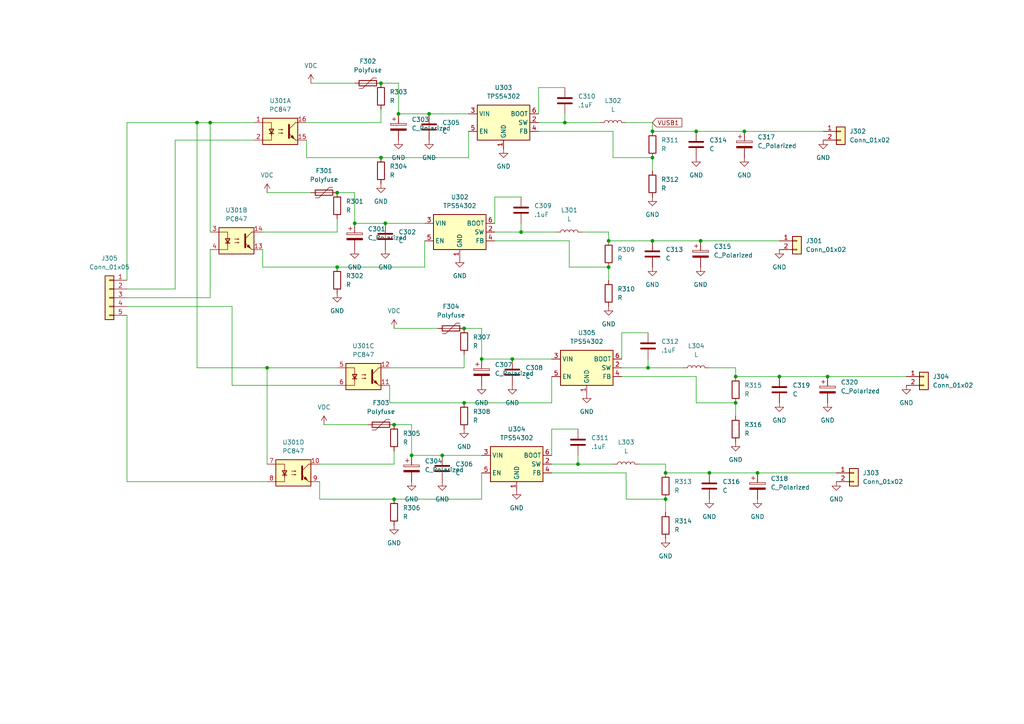
<source format=kicad_sch>
(kicad_sch (version 20211123) (generator eeschema)
  (paper "A4")
  (lib_symbols
    (symbol "Connector_Generic:Conn_01x02" (pin_names (offset 1.016) hide)
      (property "Reference" "J" (at 0 2.54 0))
      (property "Value" "Conn_01x02" (at 0 -5.08 0))
      (symbol "Conn_01x02_1_1"
        (rectangle (start -1.27 -2.413) (end 0 -2.667) (stroke (width 0.1524)))
        (rectangle (start -1.27 0.127) (end 0 -0.127) (stroke (width 0.1524)))
        (rectangle (start -1.27 1.27) (end 1.27 -3.81) (stroke (width 0.254)) (fill (type background)))
        (pin passive line (at -5.08 0 0) (length 3.81) (name "Pin_1") (number "1"))
        (pin passive line (at -5.08 -2.54 0) (length 3.81) (name "Pin_2") (number "2"))
      )
    )
    (symbol "Connector_Generic:Conn_01x05" (pin_names (offset 1.016) hide)
      (property "Reference" "J" (at 0 7.62 0))
      (property "Value" "Conn_01x05" (at 0 -7.62 0))
      (symbol "Conn_01x05_1_1"
        (rectangle (start -1.27 -4.953) (end 0 -5.207) (stroke (width 0.1524)))
        (rectangle (start -1.27 -2.413) (end 0 -2.667) (stroke (width 0.1524)))
        (rectangle (start -1.27 0.127) (end 0 -0.127) (stroke (width 0.1524)))
        (rectangle (start -1.27 2.667) (end 0 2.413) (stroke (width 0.1524)))
        (rectangle (start -1.27 5.207) (end 0 4.953) (stroke (width 0.1524)))
        (rectangle (start -1.27 6.35) (end 1.27 -6.35) (stroke (width 0.254)) (fill (type background)))
        (pin passive line (at -5.08 5.08 0) (length 3.81) (name "Pin_1") (number "1"))
        (pin passive line (at -5.08 2.54 0) (length 3.81) (name "Pin_2") (number "2"))
        (pin passive line (at -5.08 0 0) (length 3.81) (name "Pin_3") (number "3"))
        (pin passive line (at -5.08 -2.54 0) (length 3.81) (name "Pin_4") (number "4"))
        (pin passive line (at -5.08 -5.08 0) (length 3.81) (name "Pin_5") (number "5"))
      )
    )
    (symbol "Device:C" (pin_numbers hide) (pin_names (offset 0.254))
      (property "Reference" "C" (at 0.635 2.54 0))
      (property "Value" "C" (at 0.635 -2.54 0))
      (symbol "C_0_1"
        (polyline (pts (xy -2.032 -0.762) (xy 2.032 -0.762)) (stroke (width 0.508)))
        (polyline (pts (xy -2.032 0.762) (xy 2.032 0.762)) (stroke (width 0.508)))
      )
      (symbol "C_1_1"
        (pin passive line (at 0 3.81 270) (length 2.794) (name "~") (number "1"))
        (pin passive line (at 0 -3.81 90) (length 2.794) (name "~") (number "2"))
      )
    )
    (symbol "Device:C_Polarized" (pin_numbers hide) (pin_names (offset 0.254))
      (property "Reference" "C" (at 0.635 2.54 0))
      (property "Value" "C_Polarized" (at 0.635 -2.54 0))
      (symbol "C_Polarized_0_1"
        (rectangle (start -2.286 0.508) (end 2.286 1.016))
        (polyline (pts (xy -1.778 2.286) (xy -0.762 2.286)))
        (polyline (pts (xy -1.27 2.794) (xy -1.27 1.778)))
        (rectangle (start 2.286 -0.508) (end -2.286 -1.016) (fill (type outline)))
      )
      (symbol "C_Polarized_1_1"
        (pin passive line (at 0 3.81 270) (length 2.794) (name "~") (number "1"))
        (pin passive line (at 0 -3.81 90) (length 2.794) (name "~") (number "2"))
      )
    )
    (symbol "Device:L" (pin_numbers hide) (pin_names (offset 1.016) hide)
      (property "Reference" "L" (at -1.27 0 90))
      (property "Value" "L" (at 1.905 0 90))
      (symbol "L_0_1"
        (arc (start 0 -2.54) (mid 0.635 -1.905) (end 0 -1.27))
        (arc (start 0 -1.27) (mid 0.635 -0.635) (end 0 0))
        (arc (start 0 0) (mid 0.635 0.635) (end 0 1.27))
        (arc (start 0 1.27) (mid 0.635 1.905) (end 0 2.54))
      )
      (symbol "L_1_1"
        (pin passive line (at 0 3.81 270) (length 1.27) (name "1") (number "1"))
        (pin passive line (at 0 -3.81 90) (length 1.27) (name "2") (number "2"))
      )
    )
    (symbol "Device:Polyfuse" (pin_numbers hide) (pin_names (offset 0))
      (property "Reference" "F" (at -2.54 0 90))
      (property "Value" "Polyfuse" (at 2.54 0 90))
      (symbol "Polyfuse_0_1"
        (rectangle (start -0.762 2.54) (end 0.762 -2.54) (stroke (width 0.254)))
        (polyline (pts (xy 0 2.54) (xy 0 -2.54)))
        (polyline (pts (xy -1.524 2.54) (xy -1.524 1.524) (xy 1.524 -1.524) (xy 1.524 -2.54)))
      )
      (symbol "Polyfuse_1_1"
        (pin passive line (at 0 3.81 270) (length 1.27) (name "~") (number "1"))
        (pin passive line (at 0 -3.81 90) (length 1.27) (name "~") (number "2"))
      )
    )
    (symbol "Device:R" (pin_numbers hide) (pin_names (offset 0))
      (property "Reference" "R" (at 2.032 0 90))
      (property "Value" "R" (at 0 0 90))
      (symbol "R_0_1"
        (rectangle (start -1.016 -2.54) (end 1.016 2.54) (stroke (width 0.254)))
      )
      (symbol "R_1_1"
        (pin passive line (at 0 3.81 270) (length 1.27) (name "~") (number "1"))
        (pin passive line (at 0 -3.81 90) (length 1.27) (name "~") (number "2"))
      )
    )
    (symbol "Isolator:PC847" (pin_names (offset 1.016))
      (property "Reference" "U" (at -5.08 5.08 0))
      (property "Value" "PC847" (at 0 5.08 0))
      (symbol "PC847_0_1"
        (rectangle (start -5.08 3.81) (end 5.08 -3.81) (stroke (width 0.254)) (fill (type background)))
        (polyline (pts (xy -3.175 -0.635) (xy -1.905 -0.635)) (stroke (width 0.254)))
        (polyline (pts (xy 2.54 0.635) (xy 4.445 2.54)))
        (polyline (pts (xy 4.445 -2.54) (xy 2.54 -0.635)) (fill (type outline)))
        (polyline (pts (xy 4.445 -2.54) (xy 5.08 -2.54)))
        (polyline (pts (xy 4.445 2.54) (xy 5.08 2.54)))
        (polyline (pts (xy -2.54 -0.635) (xy -2.54 -2.54) (xy -5.08 -2.54)))
        (polyline (pts (xy 2.54 1.905) (xy 2.54 -1.905) (xy 2.54 -1.905)) (stroke (width 0.508)))
        (polyline (pts (xy -5.08 2.54) (xy -2.54 2.54) (xy -2.54 -1.27) (xy -2.54 0.635)))
        (polyline (pts (xy -2.54 -0.635) (xy -3.175 0.635) (xy -1.905 0.635) (xy -2.54 -0.635)) (stroke (width 0.254)))
        (polyline (pts (xy -0.508 -0.508) (xy 0.762 -0.508) (xy 0.381 -0.635) (xy 0.381 -0.381) (xy 0.762 -0.508)))
        (polyline (pts (xy -0.508 0.508) (xy 0.762 0.508) (xy 0.381 0.381) (xy 0.381 0.635) (xy 0.762 0.508)))
        (polyline (pts (xy 3.048 -1.651) (xy 3.556 -1.143) (xy 4.064 -2.159) (xy 3.048 -1.651) (xy 3.048 -1.651)) (fill (type outline)))
      )
      (symbol "PC847_1_1"
        (pin passive line (at -7.62 2.54 0) (length 2.54) (name "~") (number "1"))
        (pin passive line (at 7.62 -2.54 180) (length 2.54) (name "~") (number "15"))
        (pin passive line (at 7.62 2.54 180) (length 2.54) (name "~") (number "16"))
        (pin passive line (at -7.62 -2.54 0) (length 2.54) (name "~") (number "2"))
      )
      (symbol "PC847_2_1"
        (pin passive line (at 7.62 -2.54 180) (length 2.54) (name "~") (number "13"))
        (pin passive line (at 7.62 2.54 180) (length 2.54) (name "~") (number "14"))
        (pin passive line (at -7.62 2.54 0) (length 2.54) (name "~") (number "3"))
        (pin passive line (at -7.62 -2.54 0) (length 2.54) (name "~") (number "4"))
      )
      (symbol "PC847_3_1"
        (pin passive line (at 7.62 -2.54 180) (length 2.54) (name "~") (number "11"))
        (pin passive line (at 7.62 2.54 180) (length 2.54) (name "~") (number "12"))
        (pin passive line (at -7.62 2.54 0) (length 2.54) (name "~") (number "5"))
        (pin passive line (at -7.62 -2.54 0) (length 2.54) (name "~") (number "6"))
      )
      (symbol "PC847_4_1"
        (pin passive line (at 7.62 2.54 180) (length 2.54) (name "~") (number "10"))
        (pin passive line (at -7.62 2.54 0) (length 2.54) (name "~") (number "7"))
        (pin passive line (at -7.62 -2.54 0) (length 2.54) (name "~") (number "8"))
        (pin passive line (at 7.62 -2.54 180) (length 2.54) (name "~") (number "9"))
      )
    )
    (symbol "Regulator_Switching:TPS54302"
      (property "Reference" "U" (at -7.62 6.35 0))
      (property "Value" "TPS54302" (at 0 6.35 0))
      (symbol "TPS54302_0_1"
        (rectangle (start -7.62 5.08) (end 7.62 -5.08) (stroke (width 0.254)) (fill (type background)))
      )
      (symbol "TPS54302_1_1"
        (pin power_in line (at 0 -7.62 90) (length 2.54) (name "GND") (number "1"))
        (pin power_out line (at 10.16 0 180) (length 2.54) (name "SW") (number "2"))
        (pin power_in line (at -10.16 2.54 0) (length 2.54) (name "VIN") (number "3"))
        (pin input line (at 10.16 -2.54 180) (length 2.54) (name "FB") (number "4"))
        (pin input line (at -10.16 -2.54 0) (length 2.54) (name "EN") (number "5"))
        (pin passive line (at 10.16 2.54 180) (length 2.54) (name "BOOT") (number "6"))
      )
    )
    (symbol "power:GND" (power) (pin_names (offset 0))
      (property "Value" "GND" (at 0 -3.81 0))
      (symbol "GND_0_1"
        (polyline (pts (xy 0 0) (xy 0 -1.27) (xy 1.27 -1.27) (xy 0 -2.54) (xy -1.27 -1.27) (xy 0 -1.27)))
      )
      (symbol "GND_1_1"
        (pin power_in line (at 0 0 270) (length 0) hide (name "GND") (number "1"))
      )
    )
    (symbol "power:VDC" (power) (pin_names (offset 0))
      (property "Value" "VDC" (at 0 6.35 0))
      (symbol "VDC_0_1"
        (polyline (pts (xy -0.762 1.27) (xy 0 2.54)))
        (polyline (pts (xy 0 0) (xy 0 2.54)))
        (polyline (pts (xy 0 2.54) (xy 0.762 1.27)))
      )
      (symbol "VDC_1_1"
        (pin power_in line (at 0 0 90) (length 0) hide (name "VDC") (number "1"))
      )
    )
  )
  (junction (at 148.59 104.14))
  (junction (at 110.49 45.72))
  (junction (at 57.15 35.56))
  (junction (at 128.27 132.08))
  (junction (at 167.64 134.62))
  (junction (at 97.79 77.47))
  (junction (at 151.13 67.31))
  (junction (at 213.36 116.84))
  (junction (at 60.96 35.56))
  (junction (at 215.9 38.1))
  (junction (at 226.06 109.22))
  (junction (at 134.62 95.25))
  (junction (at 124.46 33.02))
  (junction (at 189.23 38.1))
  (junction (at 189.23 45.72))
  (junction (at 205.74 137.16))
  (junction (at 201.93 38.1))
  (junction (at 115.57 33.02))
  (junction (at 114.3 144.78))
  (junction (at 176.53 69.85))
  (junction (at 213.36 109.22))
  (junction (at 203.2 69.85))
  (junction (at 219.71 137.16))
  (junction (at 240.03 109.22))
  (junction (at 97.79 55.88))
  (junction (at 119.38 132.08))
  (junction (at 110.49 24.13))
  (junction (at 163.83 35.56))
  (junction (at 102.87 64.77))
  (junction (at 193.04 137.16))
  (junction (at 77.47 106.68))
  (junction (at 114.3 123.19))
  (junction (at 111.76 64.77))
  (junction (at 189.23 69.85))
  (junction (at 139.7 104.14))
  (junction (at 134.62 116.84))
  (junction (at 176.53 77.47))
  (junction (at 193.04 144.78))
  (junction (at 187.96 106.68))
  (wire (pts (xy 77.47 139.7) (xy 36.83 139.7)))
  (wire (pts (xy 193.04 134.62) (xy 185.42 134.62)))
  (wire (pts (xy 123.19 77.47) (xy 97.79 77.47)))
  (wire (pts (xy 148.59 104.14) (xy 160.02 104.14)))
  (wire (pts (xy 181.61 137.16) (xy 181.61 144.78)))
  (wire (pts (xy 115.57 33.02) (xy 115.57 24.13)))
  (wire (pts (xy 240.03 109.22) (xy 262.89 109.22)))
  (wire (pts (xy 189.23 69.85) (xy 203.2 69.85)))
  (wire (pts (xy 50.8 83.82) (xy 50.8 40.64)))
  (wire (pts (xy 113.03 106.68) (xy 134.62 106.68)))
  (wire (pts (xy 36.83 35.56) (xy 36.83 81.28)))
  (wire (pts (xy 156.21 33.02) (xy 156.21 25.4)))
  (wire (pts (xy 76.2 67.31) (xy 97.79 67.31)))
  (wire (pts (xy 205.74 137.16) (xy 219.71 137.16)))
  (wire (pts (xy 102.87 64.77) (xy 102.87 55.88)))
  (wire (pts (xy 187.96 104.14) (xy 187.96 106.68)))
  (wire (pts (xy 160.02 132.08) (xy 160.02 124.46)))
  (wire (pts (xy 134.62 106.68) (xy 134.62 102.87)))
  (wire (pts (xy 189.23 35.56) (xy 181.61 35.56)))
  (wire (pts (xy 113.03 116.84) (xy 113.03 111.76)))
  (wire (pts (xy 180.34 96.52) (xy 187.96 96.52)))
  (wire (pts (xy 180.34 104.14) (xy 180.34 96.52)))
  (wire (pts (xy 139.7 104.14) (xy 148.59 104.14)))
  (wire (pts (xy 102.87 64.77) (xy 111.76 64.77)))
  (wire (pts (xy 160.02 137.16) (xy 181.61 137.16)))
  (wire (pts (xy 36.83 139.7) (xy 36.83 91.44)))
  (wire (pts (xy 160.02 134.62) (xy 167.64 134.62)))
  (wire (pts (xy 93.98 123.19) (xy 106.68 123.19)))
  (wire (pts (xy 50.8 40.64) (xy 73.66 40.64)))
  (wire (pts (xy 139.7 144.78) (xy 114.3 144.78)))
  (wire (pts (xy 102.87 55.88) (xy 97.79 55.88)))
  (wire (pts (xy 115.57 24.13) (xy 110.49 24.13)))
  (wire (pts (xy 176.53 69.85) (xy 189.23 69.85)))
  (wire (pts (xy 213.36 109.22) (xy 213.36 106.68)))
  (wire (pts (xy 203.2 69.85) (xy 226.06 69.85)))
  (wire (pts (xy 77.47 55.88) (xy 90.17 55.88)))
  (wire (pts (xy 115.57 33.02) (xy 124.46 33.02)))
  (wire (pts (xy 36.83 83.82) (xy 50.8 83.82)))
  (wire (pts (xy 36.83 88.9) (xy 67.31 88.9)))
  (wire (pts (xy 189.23 45.72) (xy 189.23 49.53)))
  (wire (pts (xy 143.51 57.15) (xy 151.13 57.15)))
  (wire (pts (xy 139.7 95.25) (xy 134.62 95.25)))
  (wire (pts (xy 176.53 67.31) (xy 168.91 67.31)))
  (wire (pts (xy 151.13 64.77) (xy 151.13 67.31)))
  (wire (pts (xy 60.96 86.36) (xy 36.83 86.36)))
  (wire (pts (xy 215.9 38.1) (xy 238.76 38.1)))
  (wire (pts (xy 76.2 77.47) (xy 76.2 72.39)))
  (wire (pts (xy 119.38 123.19) (xy 114.3 123.19)))
  (wire (pts (xy 135.89 45.72) (xy 110.49 45.72)))
  (wire (pts (xy 88.9 35.56) (xy 110.49 35.56)))
  (wire (pts (xy 160.02 116.84) (xy 134.62 116.84)))
  (wire (pts (xy 165.1 77.47) (xy 176.53 77.47)))
  (wire (pts (xy 156.21 35.56) (xy 163.83 35.56)))
  (wire (pts (xy 187.96 106.68) (xy 198.12 106.68)))
  (wire (pts (xy 139.7 137.16) (xy 139.7 144.78)))
  (wire (pts (xy 177.8 38.1) (xy 177.8 45.72)))
  (wire (pts (xy 77.47 106.68) (xy 77.47 134.62)))
  (wire (pts (xy 177.8 45.72) (xy 189.23 45.72)))
  (wire (pts (xy 111.76 64.77) (xy 123.19 64.77)))
  (wire (pts (xy 213.36 106.68) (xy 205.74 106.68)))
  (wire (pts (xy 193.04 144.78) (xy 193.04 148.59)))
  (wire (pts (xy 67.31 111.76) (xy 97.79 111.76)))
  (wire (pts (xy 213.36 116.84) (xy 213.36 120.65)))
  (wire (pts (xy 90.17 24.13) (xy 102.87 24.13)))
  (wire (pts (xy 97.79 77.47) (xy 76.2 77.47)))
  (wire (pts (xy 92.71 134.62) (xy 114.3 134.62)))
  (wire (pts (xy 165.1 69.85) (xy 165.1 77.47)))
  (wire (pts (xy 57.15 35.56) (xy 36.83 35.56)))
  (wire (pts (xy 167.64 134.62) (xy 177.8 134.62)))
  (wire (pts (xy 77.47 106.68) (xy 97.79 106.68)))
  (wire (pts (xy 176.53 77.47) (xy 176.53 81.28)))
  (wire (pts (xy 114.3 134.62) (xy 114.3 130.81)))
  (wire (pts (xy 97.79 67.31) (xy 97.79 63.5)))
  (wire (pts (xy 201.93 109.22) (xy 201.93 116.84)))
  (wire (pts (xy 88.9 45.72) (xy 88.9 40.64)))
  (wire (pts (xy 60.96 35.56) (xy 60.96 67.31)))
  (wire (pts (xy 156.21 25.4) (xy 163.83 25.4)))
  (wire (pts (xy 124.46 33.02) (xy 135.89 33.02)))
  (wire (pts (xy 143.51 64.77) (xy 143.51 57.15)))
  (wire (pts (xy 110.49 35.56) (xy 110.49 31.75)))
  (wire (pts (xy 110.49 45.72) (xy 88.9 45.72)))
  (wire (pts (xy 160.02 109.22) (xy 160.02 116.84)))
  (wire (pts (xy 180.34 106.68) (xy 187.96 106.68)))
  (wire (pts (xy 226.06 109.22) (xy 240.03 109.22)))
  (wire (pts (xy 189.23 38.1) (xy 189.23 35.56)))
  (wire (pts (xy 123.19 69.85) (xy 123.19 77.47)))
  (wire (pts (xy 134.62 116.84) (xy 113.03 116.84)))
  (wire (pts (xy 219.71 137.16) (xy 242.57 137.16)))
  (wire (pts (xy 143.51 69.85) (xy 165.1 69.85)))
  (wire (pts (xy 201.93 116.84) (xy 213.36 116.84)))
  (wire (pts (xy 193.04 137.16) (xy 205.74 137.16)))
  (wire (pts (xy 201.93 38.1) (xy 215.9 38.1)))
  (wire (pts (xy 119.38 132.08) (xy 128.27 132.08)))
  (wire (pts (xy 57.15 35.56) (xy 57.15 106.68)))
  (wire (pts (xy 156.21 38.1) (xy 177.8 38.1)))
  (wire (pts (xy 163.83 33.02) (xy 163.83 35.56)))
  (wire (pts (xy 143.51 67.31) (xy 151.13 67.31)))
  (wire (pts (xy 213.36 109.22) (xy 226.06 109.22)))
  (wire (pts (xy 189.23 38.1) (xy 201.93 38.1)))
  (wire (pts (xy 67.31 88.9) (xy 67.31 111.76)))
  (wire (pts (xy 114.3 144.78) (xy 92.71 144.78)))
  (wire (pts (xy 60.96 72.39) (xy 60.96 86.36)))
  (wire (pts (xy 139.7 104.14) (xy 139.7 95.25)))
  (wire (pts (xy 135.89 38.1) (xy 135.89 45.72)))
  (wire (pts (xy 57.15 106.68) (xy 77.47 106.68)))
  (wire (pts (xy 163.83 35.56) (xy 173.99 35.56)))
  (wire (pts (xy 114.3 95.25) (xy 127 95.25)))
  (wire (pts (xy 128.27 132.08) (xy 139.7 132.08)))
  (wire (pts (xy 119.38 132.08) (xy 119.38 123.19)))
  (wire (pts (xy 151.13 67.31) (xy 161.29 67.31)))
  (wire (pts (xy 167.64 132.08) (xy 167.64 134.62)))
  (wire (pts (xy 181.61 144.78) (xy 193.04 144.78)))
  (wire (pts (xy 60.96 35.56) (xy 57.15 35.56)))
  (wire (pts (xy 73.66 35.56) (xy 60.96 35.56)))
  (wire (pts (xy 193.04 137.16) (xy 193.04 134.62)))
  (wire (pts (xy 180.34 109.22) (xy 201.93 109.22)))
  (wire (pts (xy 92.71 144.78) (xy 92.71 139.7)))
  (wire (pts (xy 176.53 69.85) (xy 176.53 67.31)))
  (wire (pts (xy 160.02 124.46) (xy 167.64 124.46)))
  (global_label "VUSB1" (shape input) (at 189.23 35.56 0) (property "Intersheet References" "${INTERSHEET_REFS}" (effects hide)))
  (symbol (lib_id "power:GND") (at 176.53 88.9 0) (unit 1)
    (property "Reference" "#PWR0152" (effects hide))
    (property "Value" "GND" (at 176.53 93.98 0))
  )
  (symbol (lib_id "Isolator:PC847") (at 85.09 137.16 0) (unit 4)
    (property "Reference" "U301" (at 85.09 128.27 0))
    (property "Value" "PC847" (at 85.09 130.81 0))
    (property "Footprint" "Package_DIP:DIP-16_W7.62mm" (effects hide))
    (property "Datasheet" "http://www.soselectronic.cz/a_info/resource/d/pc817.pdf" (effects hide))
  )
  (symbol (lib_id "Connector_Generic:Conn_01x02") (at 243.84 38.1 0) (unit 1)
    (property "Reference" "J302" (at 246.38 38.0999 0) (effects (justify left)))
    (property "Value" "Conn_01x02" (at 246.38 40.6399 0) (effects (justify left)))
    (property "Footprint" "TerminalBlock:TerminalBlock_bornier-2_P5.08mm" (effects hide))
  )
  (symbol (lib_id "power:GND") (at 240.03 116.84 0) (unit 1)
    (property "Reference" "#PWR0146" (effects hide))
    (property "Value" "GND" (at 240.03 121.92 0))
  )
  (symbol (lib_id "Device:C_Polarized") (at 240.03 113.03 0) (unit 1)
    (property "Reference" "C320" (at 243.84 110.8709 0) (effects (justify left)))
    (property "Value" "C_Polarized" (at 243.84 113.4109 0) (effects (justify left)))
    (property "Footprint" "Capacitor_THT:CP_Radial_D8.0mm_P3.50mm" (effects hide))
  )
  (symbol (lib_id "Device:C_Polarized") (at 115.57 36.83 0) (unit 1)
    (property "Reference" "C303" (at 119.38 34.6709 0) (effects (justify left)))
    (property "Value" "C_Polarized" (at 119.38 37.2109 0) (effects (justify left)))
    (property "Footprint" "Capacitor_THT:CP_Radial_D8.0mm_P3.50mm" (effects hide))
  )
  (symbol (lib_id "Device:R") (at 213.36 113.03 0) (unit 1)
    (property "Reference" "R315" (at 215.9 111.7599 0) (effects (justify left)))
    (property "Value" "R" (at 215.9 114.2999 0) (effects (justify left)))
    (property "Footprint" "Resistor_SMD:R_0603_1608Metric" (effects hide))
  )
  (symbol (lib_id "power:GND") (at 133.35 74.93 0) (unit 1)
    (property "Reference" "#PWR0168" (effects hide))
    (property "Value" "GND" (at 133.35 80.01 0))
  )
  (symbol (lib_id "Device:Polyfuse") (at 93.98 55.88 90) (unit 1)
    (property "Reference" "F301" (at 93.98 49.53 90))
    (property "Value" "Polyfuse" (at 93.98 52.07 90))
    (property "Footprint" "Fuse:Fuse_Bourns_MF-RG800" (effects hide))
  )
  (symbol (lib_id "power:GND") (at 146.05 43.18 0) (unit 1)
    (property "Reference" "#PWR0169" (effects hide))
    (property "Value" "GND" (at 146.05 48.26 0))
  )
  (symbol (lib_id "Device:Polyfuse") (at 106.68 24.13 90) (unit 1)
    (property "Reference" "F302" (at 106.68 17.78 90))
    (property "Value" "Polyfuse" (at 106.68 20.32 90))
    (property "Footprint" "Fuse:Fuse_Bourns_MF-RG800" (effects hide))
  )
  (symbol (lib_id "power:GND") (at 215.9 45.72 0) (unit 1)
    (property "Reference" "#PWR0174" (effects hide))
    (property "Value" "GND" (at 215.9 50.8 0))
  )
  (symbol (lib_id "Device:C_Polarized") (at 203.2 73.66 0) (unit 1)
    (property "Reference" "C315" (at 207.01 71.5009 0) (effects (justify left)))
    (property "Value" "C_Polarized" (at 207.01 74.0409 0) (effects (justify left)))
    (property "Footprint" "Capacitor_THT:CP_Radial_D8.0mm_P3.50mm" (effects hide))
  )
  (symbol (lib_id "power:GND") (at 213.36 128.27 0) (unit 1)
    (property "Reference" "#PWR0145" (effects hide))
    (property "Value" "GND" (at 213.36 133.35 0))
  )
  (symbol (lib_id "power:GND") (at 124.46 40.64 0) (unit 1)
    (property "Reference" "#PWR0166" (effects hide))
    (property "Value" "GND" (at 124.46 45.72 0))
  )
  (symbol (lib_id "power:GND") (at 170.18 114.3 0) (unit 1)
    (property "Reference" "#PWR0159" (effects hide))
    (property "Value" "GND" (at 170.18 119.38 0))
  )
  (symbol (lib_id "Device:Polyfuse") (at 130.81 95.25 90) (unit 1)
    (property "Reference" "F304" (at 130.81 88.9 90))
    (property "Value" "Polyfuse" (at 130.81 91.44 90))
    (property "Footprint" "Fuse:Fuse_Bourns_MF-RG800" (effects hide))
  )
  (symbol (lib_id "Device:R") (at 110.49 27.94 0) (unit 1)
    (property "Reference" "R303" (at 113.03 26.6699 0) (effects (justify left)))
    (property "Value" "R" (at 113.03 29.2099 0) (effects (justify left)))
    (property "Footprint" "Resistor_SMD:R_0603_1608Metric" (effects hide))
  )
  (symbol (lib_id "power:GND") (at 119.38 139.7 0) (unit 1)
    (property "Reference" "#PWR0163" (effects hide))
    (property "Value" "GND" (at 119.38 144.78 0))
  )
  (symbol (lib_id "power:VDC") (at 114.3 95.25 0) (unit 1)
    (property "Reference" "#PWR0154" (effects hide))
    (property "Value" "VDC" (at 114.3 90.17 0))
  )
  (symbol (lib_id "Device:R") (at 114.3 148.59 0) (unit 1)
    (property "Reference" "R306" (at 116.84 147.3199 0) (effects (justify left)))
    (property "Value" "R" (at 116.84 149.8599 0) (effects (justify left)))
    (property "Footprint" "Resistor_SMD:R_0603_1608Metric" (effects hide))
  )
  (symbol (lib_id "Connector_Generic:Conn_01x02") (at 247.65 137.16 0) (unit 1)
    (property "Reference" "J303" (at 250.19 137.1599 0) (effects (justify left)))
    (property "Value" "Conn_01x02" (at 250.19 139.6999 0) (effects (justify left)))
    (property "Footprint" "TerminalBlock:TerminalBlock_bornier-2_P5.08mm" (effects hide))
  )
  (symbol (lib_id "power:GND") (at 97.79 85.09 0) (unit 1)
    (property "Reference" "#PWR0153" (effects hide))
    (property "Value" "GND" (at 97.79 90.17 0))
  )
  (symbol (lib_id "Device:C") (at 163.83 29.21 0) (unit 1)
    (property "Reference" "C310" (at 167.64 27.9399 0) (effects (justify left)))
    (property "Value" ".1uF" (at 167.64 30.4799 0) (effects (justify left)))
    (property "Footprint" "Capacitor_SMD:C_0603_1608Metric" (effects hide))
  )
  (symbol (lib_id "Device:C_Polarized") (at 102.87 68.58 0) (unit 1)
    (property "Reference" "C301" (at 106.68 66.4209 0) (effects (justify left)))
    (property "Value" "C_Polarized" (at 106.68 68.9609 0) (effects (justify left)))
    (property "Footprint" "Capacitor_THT:CP_Radial_D8.0mm_P3.50mm" (effects hide))
  )
  (symbol (lib_id "power:GND") (at 189.23 57.15 0) (unit 1)
    (property "Reference" "#PWR0170" (effects hide))
    (property "Value" "GND" (at 189.23 62.23 0))
  )
  (symbol (lib_id "power:VDC") (at 77.47 55.88 0) (unit 1)
    (property "Reference" "#PWR0142" (effects hide))
    (property "Value" "VDC" (at 77.47 50.8 0))
  )
  (symbol (lib_id "power:GND") (at 134.62 124.46 0) (unit 1)
    (property "Reference" "#PWR0162" (effects hide))
    (property "Value" "GND" (at 134.62 129.54 0))
  )
  (symbol (lib_id "power:GND") (at 226.06 116.84 0) (unit 1)
    (property "Reference" "#PWR0148" (effects hide))
    (property "Value" "GND" (at 226.06 121.92 0))
  )
  (symbol (lib_id "power:GND") (at 102.87 72.39 0) (unit 1)
    (property "Reference" "#PWR0140" (effects hide))
    (property "Value" "GND" (at 102.87 77.47 0))
  )
  (symbol (lib_id "power:GND") (at 238.76 40.64 0) (unit 1)
    (property "Reference" "#PWR0175" (effects hide))
    (property "Value" "GND" (at 238.76 45.72 0))
  )
  (symbol (lib_id "Device:R") (at 193.04 140.97 0) (unit 1)
    (property "Reference" "R313" (at 195.58 139.6999 0) (effects (justify left)))
    (property "Value" "R" (at 195.58 142.2399 0) (effects (justify left)))
    (property "Footprint" "Resistor_SMD:R_0603_1608Metric" (effects hide))
  )
  (symbol (lib_id "Device:L") (at 181.61 134.62 90) (unit 1)
    (property "Reference" "L303" (at 181.61 128.27 90))
    (property "Value" "L" (at 181.61 130.81 90))
    (property "Footprint" "Inductor_THT:L_Radial_D10.0mm_P5.00mm_Fastron_07M" (effects hide))
  )
  (symbol (lib_id "Device:C") (at 226.06 113.03 0) (unit 1)
    (property "Reference" "C319" (at 229.87 111.7599 0) (effects (justify left)))
    (property "Value" "C" (at 229.87 114.2999 0) (effects (justify left)))
    (property "Footprint" "Capacitor_SMD:C_0805_2012Metric" (effects hide))
  )
  (symbol (lib_id "power:GND") (at 139.7 111.76 0) (unit 1)
    (property "Reference" "#PWR0157" (effects hide))
    (property "Value" "GND" (at 139.7 116.84 0))
  )
  (symbol (lib_id "power:GND") (at 262.89 111.76 0) (unit 1)
    (property "Reference" "#PWR0144" (effects hide))
    (property "Value" "GND" (at 262.89 116.84 0))
  )
  (symbol (lib_id "power:GND") (at 149.86 142.24 0) (unit 1)
    (property "Reference" "#PWR0156" (effects hide))
    (property "Value" "GND" (at 149.86 147.32 0))
  )
  (symbol (lib_id "Regulator_Switching:TPS54302") (at 149.86 134.62 0) (unit 1)
    (property "Reference" "U304" (at 149.86 124.46 0))
    (property "Value" "TPS54302" (at 149.86 127 0))
    (property "Footprint" "Package_TO_SOT_SMD:SOT-23-6" (effects hide))
    (property "Datasheet" "http://www.ti.com/lit/ds/symlink/tps54302.pdf" (effects hide))
  )
  (symbol (lib_id "power:GND") (at 111.76 72.39 0) (unit 1)
    (property "Reference" "#PWR0167" (effects hide))
    (property "Value" "GND" (at 111.76 77.47 0))
  )
  (symbol (lib_id "Device:C") (at 128.27 135.89 0) (unit 1)
    (property "Reference" "C306" (at 132.08 134.6199 0) (effects (justify left)))
    (property "Value" "C" (at 132.08 137.1599 0) (effects (justify left)))
    (property "Footprint" "Capacitor_SMD:C_0805_2012Metric" (effects hide))
  )
  (symbol (lib_id "Device:C") (at 187.96 100.33 0) (unit 1)
    (property "Reference" "C312" (at 191.77 99.0599 0) (effects (justify left)))
    (property "Value" ".1uF" (at 191.77 101.5999 0) (effects (justify left)))
    (property "Footprint" "Capacitor_SMD:C_0603_1608Metric" (effects hide))
  )
  (symbol (lib_id "Device:R") (at 189.23 41.91 0) (unit 1)
    (property "Reference" "R311" (at 191.77 40.6399 0) (effects (justify left)))
    (property "Value" "R" (at 191.77 43.1799 0) (effects (justify left)))
    (property "Footprint" "Resistor_SMD:R_0603_1608Metric" (effects hide))
  )
  (symbol (lib_id "Device:L") (at 177.8 35.56 90) (unit 1)
    (property "Reference" "L302" (at 177.8 29.21 90))
    (property "Value" "L" (at 177.8 31.75 90))
    (property "Footprint" "Inductor_THT:L_Radial_D10.0mm_P5.00mm_Fastron_07M" (effects hide))
  )
  (symbol (lib_id "Connector_Generic:Conn_01x02") (at 267.97 109.22 0) (unit 1)
    (property "Reference" "J304" (at 270.51 109.2199 0) (effects (justify left)))
    (property "Value" "Conn_01x02" (at 270.51 111.7599 0) (effects (justify left)))
    (property "Footprint" "TerminalBlock:TerminalBlock_bornier-2_P5.08mm" (effects hide))
  )
  (symbol (lib_id "Device:R") (at 193.04 152.4 0) (unit 1)
    (property "Reference" "R314" (at 195.58 151.1299 0) (effects (justify left)))
    (property "Value" "R" (at 195.58 153.6699 0) (effects (justify left)))
    (property "Footprint" "Resistor_SMD:R_0603_1608Metric" (effects hide))
  )
  (symbol (lib_id "Regulator_Switching:TPS54302") (at 146.05 35.56 0) (unit 1)
    (property "Reference" "U303" (at 146.05 25.4 0))
    (property "Value" "TPS54302" (at 146.05 27.94 0))
    (property "Footprint" "Package_TO_SOT_SMD:SOT-23-6" (effects hide))
    (property "Datasheet" "http://www.ti.com/lit/ds/symlink/tps54302.pdf" (effects hide))
  )
  (symbol (lib_id "Device:R") (at 176.53 85.09 0) (unit 1)
    (property "Reference" "R310" (at 179.07 83.8199 0) (effects (justify left)))
    (property "Value" "R" (at 179.07 86.3599 0) (effects (justify left)))
    (property "Footprint" "Resistor_SMD:R_0603_1608Metric" (effects hide))
  )
  (symbol (lib_id "Device:R") (at 213.36 124.46 0) (unit 1)
    (property "Reference" "R316" (at 215.9 123.1899 0) (effects (justify left)))
    (property "Value" "R" (at 215.9 125.7299 0) (effects (justify left)))
    (property "Footprint" "Resistor_SMD:R_0603_1608Metric" (effects hide))
  )
  (symbol (lib_id "Device:R") (at 97.79 59.69 0) (unit 1)
    (property "Reference" "R301" (at 100.33 58.4199 0) (effects (justify left)))
    (property "Value" "R" (at 100.33 60.9599 0) (effects (justify left)))
    (property "Footprint" "Resistor_SMD:R_0603_1608Metric" (effects hide))
  )
  (symbol (lib_id "Device:R") (at 134.62 120.65 0) (unit 1)
    (property "Reference" "R308" (at 137.16 119.3799 0) (effects (justify left)))
    (property "Value" "R" (at 137.16 121.9199 0) (effects (justify left)))
    (property "Footprint" "Resistor_SMD:R_0603_1608Metric" (effects hide))
  )
  (symbol (lib_id "Isolator:PC847") (at 105.41 109.22 0) (unit 3)
    (property "Reference" "U301" (at 105.41 100.33 0))
    (property "Value" "PC847" (at 105.41 102.87 0))
    (property "Footprint" "Package_DIP:DIP-16_W7.62mm" (effects hide))
    (property "Datasheet" "http://www.soselectronic.cz/a_info/resource/d/pc817.pdf" (effects hide))
  )
  (symbol (lib_id "power:GND") (at 242.57 139.7 0) (unit 1)
    (property "Reference" "#PWR0147" (effects hide))
    (property "Value" "GND" (at 242.57 144.78 0))
  )
  (symbol (lib_id "power:GND") (at 115.57 40.64 0) (unit 1)
    (property "Reference" "#PWR0165" (effects hide))
    (property "Value" "GND" (at 115.57 45.72 0))
  )
  (symbol (lib_id "Device:C") (at 201.93 41.91 0) (unit 1)
    (property "Reference" "C314" (at 205.74 40.6399 0) (effects (justify left)))
    (property "Value" "C" (at 205.74 43.1799 0) (effects (justify left)))
    (property "Footprint" "Capacitor_SMD:C_0805_2012Metric" (effects hide))
  )
  (symbol (lib_id "Device:C") (at 151.13 60.96 0) (unit 1)
    (property "Reference" "C309" (at 154.94 59.6899 0) (effects (justify left)))
    (property "Value" ".1uF" (at 154.94 62.2299 0) (effects (justify left)))
    (property "Footprint" "Capacitor_SMD:C_0603_1608Metric" (effects hide))
  )
  (symbol (lib_id "Device:L") (at 201.93 106.68 90) (unit 1)
    (property "Reference" "L304" (at 201.93 100.33 90))
    (property "Value" "L" (at 201.93 102.87 90))
    (property "Footprint" "Inductor_THT:L_Radial_D10.0mm_P5.00mm_Fastron_07M" (effects hide))
  )
  (symbol (lib_id "power:GND") (at 205.74 144.78 0) (unit 1)
    (property "Reference" "#PWR0149" (effects hide))
    (property "Value" "GND" (at 205.74 149.86 0))
  )
  (symbol (lib_id "Device:R") (at 114.3 127 0) (unit 1)
    (property "Reference" "R305" (at 116.84 125.7299 0) (effects (justify left)))
    (property "Value" "R" (at 116.84 128.2699 0) (effects (justify left)))
    (property "Footprint" "Resistor_SMD:R_0603_1608Metric" (effects hide))
  )
  (symbol (lib_id "Device:C") (at 205.74 140.97 0) (unit 1)
    (property "Reference" "C316" (at 209.55 139.6999 0) (effects (justify left)))
    (property "Value" "C" (at 209.55 142.2399 0) (effects (justify left)))
    (property "Footprint" "Capacitor_SMD:C_0805_2012Metric" (effects hide))
  )
  (symbol (lib_id "Device:C_Polarized") (at 119.38 135.89 0) (unit 1)
    (property "Reference" "C304" (at 123.19 133.7309 0) (effects (justify left)))
    (property "Value" "C_Polarized" (at 123.19 136.2709 0) (effects (justify left)))
    (property "Footprint" "Capacitor_THT:CP_Radial_D8.0mm_P3.50mm" (effects hide))
  )
  (symbol (lib_id "Regulator_Switching:TPS54302") (at 133.35 67.31 0) (unit 1)
    (property "Reference" "U302" (at 133.35 57.15 0))
    (property "Value" "TPS54302" (at 133.35 59.69 0))
    (property "Footprint" "Package_TO_SOT_SMD:SOT-23-6" (effects hide))
    (property "Datasheet" "http://www.ti.com/lit/ds/symlink/tps54302.pdf" (effects hide))
  )
  (symbol (lib_id "power:GND") (at 189.23 77.47 0) (unit 1)
    (property "Reference" "#PWR0151" (effects hide))
    (property "Value" "GND" (at 189.23 82.55 0))
  )
  (symbol (lib_id "Device:R") (at 189.23 53.34 0) (unit 1)
    (property "Reference" "R312" (at 191.77 52.0699 0) (effects (justify left)))
    (property "Value" "R" (at 191.77 54.6099 0) (effects (justify left)))
    (property "Footprint" "Resistor_SMD:R_0603_1608Metric" (effects hide))
  )
  (symbol (lib_id "power:VDC") (at 90.17 24.13 0) (unit 1)
    (property "Reference" "#PWR0143" (effects hide))
    (property "Value" "VDC" (at 90.17 19.05 0))
  )
  (symbol (lib_id "Regulator_Switching:TPS54302") (at 170.18 106.68 0) (unit 1)
    (property "Reference" "U305" (at 170.18 96.52 0))
    (property "Value" "TPS54302" (at 170.18 99.06 0))
    (property "Footprint" "Package_TO_SOT_SMD:SOT-23-6" (effects hide))
    (property "Datasheet" "http://www.ti.com/lit/ds/symlink/tps54302.pdf" (effects hide))
  )
  (symbol (lib_id "Isolator:PC847") (at 81.28 38.1 0) (unit 1)
    (property "Reference" "U301" (at 81.28 29.21 0))
    (property "Value" "PC847" (at 81.28 31.75 0))
    (property "Footprint" "Package_DIP:DIP-16_W7.62mm" (effects hide))
    (property "Datasheet" "http://www.soselectronic.cz/a_info/resource/d/pc817.pdf" (effects hide))
  )
  (symbol (lib_id "power:GND") (at 148.59 111.76 0) (unit 1)
    (property "Reference" "#PWR0155" (effects hide))
    (property "Value" "GND" (at 148.59 116.84 0))
  )
  (symbol (lib_id "Device:C") (at 148.59 107.95 0) (unit 1)
    (property "Reference" "C308" (at 152.4 106.6799 0) (effects (justify left)))
    (property "Value" "C" (at 152.4 109.2199 0) (effects (justify left)))
    (property "Footprint" "Capacitor_SMD:C_0805_2012Metric" (effects hide))
  )
  (symbol (lib_id "Device:R") (at 176.53 73.66 0) (unit 1)
    (property "Reference" "R309" (at 179.07 72.3899 0) (effects (justify left)))
    (property "Value" "R" (at 179.07 74.9299 0) (effects (justify left)))
    (property "Footprint" "Resistor_SMD:R_0603_1608Metric" (effects hide))
  )
  (symbol (lib_id "power:GND") (at 201.93 45.72 0) (unit 1)
    (property "Reference" "#PWR0171" (effects hide))
    (property "Value" "GND" (at 201.93 50.8 0))
  )
  (symbol (lib_id "power:GND") (at 128.27 139.7 0) (unit 1)
    (property "Reference" "#PWR0160" (effects hide))
    (property "Value" "GND" (at 128.27 144.78 0))
  )
  (symbol (lib_id "Connector_Generic:Conn_01x05") (at 31.75 86.36 0) (mirror y) (unit 1)
    (property "Reference" "J305" (at 31.75 74.93 0))
    (property "Value" "Conn_01x05" (at 31.75 77.47 0))
    (property "Footprint" "Connector_PinHeader_2.54mm:PinHeader_1x05_P2.54mm_Vertical" (effects hide))
  )
  (symbol (lib_id "Connector_Generic:Conn_01x02") (at 231.14 69.85 0) (unit 1)
    (property "Reference" "J301" (at 233.68 69.8499 0) (effects (justify left)))
    (property "Value" "Conn_01x02" (at 233.68 72.3899 0) (effects (justify left)))
    (property "Footprint" "TerminalBlock:TerminalBlock_bornier-2_P5.08mm" (effects hide))
  )
  (symbol (lib_id "power:GND") (at 203.2 77.47 0) (unit 1)
    (property "Reference" "#PWR0172" (effects hide))
    (property "Value" "GND" (at 203.2 82.55 0))
  )
  (symbol (lib_id "Device:C") (at 167.64 128.27 0) (unit 1)
    (property "Reference" "C311" (at 171.45 126.9999 0) (effects (justify left)))
    (property "Value" ".1uF" (at 171.45 129.5399 0) (effects (justify left)))
    (property "Footprint" "Capacitor_SMD:C_0603_1608Metric" (effects hide))
  )
  (symbol (lib_id "Device:C_Polarized") (at 219.71 140.97 0) (unit 1)
    (property "Reference" "C318" (at 223.52 138.8109 0) (effects (justify left)))
    (property "Value" "C_Polarized" (at 223.52 141.3509 0) (effects (justify left)))
    (property "Footprint" "Capacitor_THT:CP_Radial_D8.0mm_P3.50mm" (effects hide))
  )
  (symbol (lib_id "Device:C") (at 111.76 68.58 0) (unit 1)
    (property "Reference" "C302" (at 115.57 67.3099 0) (effects (justify left)))
    (property "Value" "C" (at 115.57 69.8499 0) (effects (justify left)))
    (property "Footprint" "Capacitor_SMD:C_0805_2012Metric" (effects hide))
  )
  (symbol (lib_id "power:GND") (at 193.04 156.21 0) (unit 1)
    (property "Reference" "#PWR0158" (effects hide))
    (property "Value" "GND" (at 193.04 161.29 0))
  )
  (symbol (lib_id "power:GND") (at 219.71 144.78 0) (unit 1)
    (property "Reference" "#PWR0150" (effects hide))
    (property "Value" "GND" (at 219.71 149.86 0))
  )
  (symbol (lib_id "power:GND") (at 110.49 53.34 0) (unit 1)
    (property "Reference" "#PWR0141" (effects hide))
    (property "Value" "GND" (at 110.49 58.42 0))
  )
  (symbol (lib_id "power:GND") (at 114.3 152.4 0) (unit 1)
    (property "Reference" "#PWR0164" (effects hide))
    (property "Value" "GND" (at 114.3 157.48 0))
  )
  (symbol (lib_id "power:GND") (at 226.06 72.39 0) (unit 1)
    (property "Reference" "#PWR0173" (effects hide))
    (property "Value" "GND" (at 226.06 77.47 0))
  )
  (symbol (lib_id "Device:C_Polarized") (at 139.7 107.95 0) (unit 1)
    (property "Reference" "C307" (at 143.51 105.7909 0) (effects (justify left)))
    (property "Value" "C_Polarized" (at 143.51 108.3309 0) (effects (justify left)))
    (property "Footprint" "Capacitor_THT:CP_Radial_D8.0mm_P3.50mm" (effects hide))
  )
  (symbol (lib_id "Device:Polyfuse") (at 110.49 123.19 90) (unit 1)
    (property "Reference" "F303" (at 110.49 116.84 90))
    (property "Value" "Polyfuse" (at 110.49 119.38 90))
    (property "Footprint" "Fuse:Fuse_Bourns_MF-RG800" (effects hide))
  )
  (symbol (lib_id "Isolator:PC847") (at 68.58 69.85 0) (unit 2)
    (property "Reference" "U301" (at 68.58 60.96 0))
    (property "Value" "PC847" (at 68.58 63.5 0))
    (property "Footprint" "Package_DIP:DIP-16_W7.62mm" (effects hide))
    (property "Datasheet" "http://www.soselectronic.cz/a_info/resource/d/pc817.pdf" (effects hide))
  )
  (symbol (lib_id "Device:L") (at 165.1 67.31 90) (unit 1)
    (property "Reference" "L301" (at 165.1 60.96 90))
    (property "Value" "L" (at 165.1 63.5 90))
    (property "Footprint" "Inductor_THT:L_Radial_D10.0mm_P5.00mm_Fastron_07M" (effects hide))
  )
  (symbol (lib_id "power:VDC") (at 93.98 123.19 0) (unit 1)
    (property "Reference" "#PWR0161" (effects hide))
    (property "Value" "VDC" (at 93.98 118.11 0))
  )
  (symbol (lib_id "Device:R") (at 110.49 49.53 0) (unit 1)
    (property "Reference" "R304" (at 113.03 48.2599 0) (effects (justify left)))
    (property "Value" "R" (at 113.03 50.7999 0) (effects (justify left)))
    (property "Footprint" "Resistor_SMD:R_0603_1608Metric" (effects hide))
  )
  (symbol (lib_id "Device:C") (at 189.23 73.66 0) (unit 1)
    (property "Reference" "C313" (at 193.04 72.3899 0) (effects (justify left)))
    (property "Value" "C" (at 193.04 74.9299 0) (effects (justify left)))
    (property "Footprint" "Capacitor_SMD:C_0805_2012Metric" (effects hide))
  )
  (symbol (lib_id "Device:R") (at 97.79 81.28 0) (unit 1)
    (property "Reference" "R302" (at 100.33 80.0099 0) (effects (justify left)))
    (property "Value" "R" (at 100.33 82.5499 0) (effects (justify left)))
    (property "Footprint" "Resistor_SMD:R_0603_1608Metric" (effects hide))
  )
  (symbol (lib_id "Device:C_Polarized") (at 215.9 41.91 0) (unit 1)
    (property "Reference" "C317" (at 219.71 39.7509 0) (effects (justify left)))
    (property "Value" "C_Polarized" (at 219.71 42.2909 0) (effects (justify left)))
    (property "Footprint" "Capacitor_THT:CP_Radial_D8.0mm_P3.50mm" (effects hide))
  )
  (symbol (lib_id "Device:R") (at 134.62 99.06 0) (unit 1)
    (property "Reference" "R307" (at 137.16 97.7899 0) (effects (justify left)))
    (property "Value" "R" (at 137.16 100.3299 0) (effects (justify left)))
    (property "Footprint" "Resistor_SMD:R_0603_1608Metric" (effects hide))
  )
  (symbol (lib_id "Device:C") (at 124.46 36.83 0) (unit 1)
    (property "Reference" "C305" (at 128.27 35.5599 0) (effects (justify left)))
    (property "Value" "C" (at 128.27 38.0999 0) (effects (justify left)))
    (property "Footprint" "Capacitor_SMD:C_0805_2012Metric" (effects hide))
  )
)
</source>
